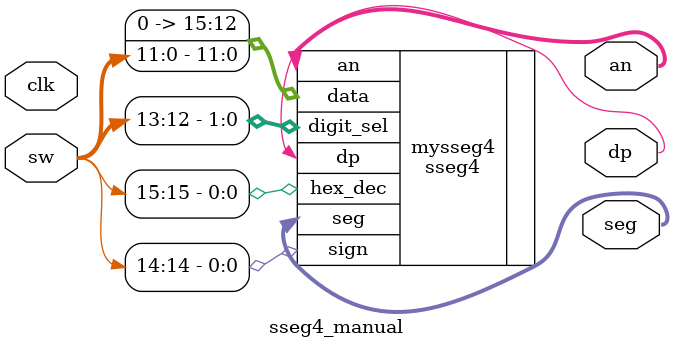
<source format=sv>
`timescale 1ns / 1ps


module sseg4_manual(
    input [15:0] sw,
    input clk,
    output [6:0] seg,
    output dp,
    output [3:0] an
    );
    
    sseg4 mysseg4(
    .data({4'b0000,sw[11:0]}),
    .hex_dec(sw[15]),
    .sign(sw[14]),
    .digit_sel(sw[13:12]),
    .seg(seg),
    .dp(dp),
    .an(an));
    
endmodule

</source>
